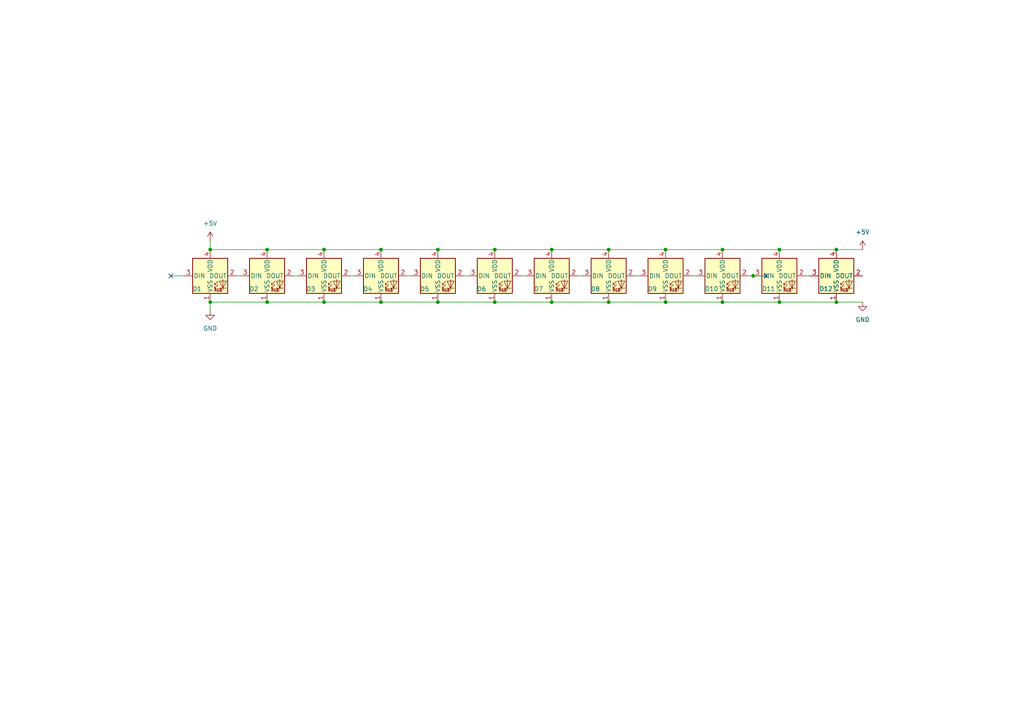
<source format=kicad_sch>
(kicad_sch (version 20230121) (generator eeschema)
  (paper "A4")
  (lib_symbols
    (symbol "CustomSymbols:SK6812-EC3210F" (pin_names (offset 0.254))
      (property "Reference" "D" (at 5.08 5.715 0))
      (property "Value" "SK6812-EC3210F" (at 1.27 -5.715 0))
      (symbol "SK6812-EC3210F_0_0"
        (text "RGB" (at 2.286 -4.191 0) (effects (font (size 0.762 0.762))))
      )
      (symbol "SK6812-EC3210F_0_1"
        (polyline (pts (xy 1.27 -3.556) (xy 1.778 -3.556)))
        (polyline (pts (xy 1.27 -2.54) (xy 1.778 -2.54)))
        (polyline (pts (xy 4.699 -3.556) (xy 2.667 -3.556)))
        (polyline (pts (xy 2.286 -2.54) (xy 1.27 -3.556) (xy 1.27 -3.048)))
        (polyline (pts (xy 2.286 -1.524) (xy 1.27 -2.54) (xy 1.27 -2.032)))
        (polyline (pts (xy 3.683 -1.016) (xy 3.683 -3.556) (xy 3.683 -4.064)))
        (polyline (pts (xy 4.699 -1.524) (xy 2.667 -1.524) (xy 3.683 -3.556) (xy 4.699 -1.524)))
        (rectangle (start 5.08 5.08) (end -5.08 -5.08) (stroke (width 0.254)) (fill (type background)))
      )
      (symbol "SK6812-EC3210F_1_1"
        (pin power_in line (at 0 -7.62 90) (length 2.54) (name "VSS") (number "1"))
        (pin output line (at 7.62 0 180) (length 2.54) (name "DOUT") (number "2"))
        (pin input line (at -7.62 0 0) (length 2.54) (name "DIN") (number "3"))
        (pin power_in line (at 0 7.62 270) (length 2.54) (name "VDD") (number "4"))
      )
    )
    (symbol "power:+5V" (power) (pin_names (offset 0))
      (property "Value" "+5V" (at 0 3.556 0))
      (symbol "+5V_0_1"
        (polyline (pts (xy -0.762 1.27) (xy 0 2.54)))
        (polyline (pts (xy 0 0) (xy 0 2.54)))
        (polyline (pts (xy 0 2.54) (xy 0.762 1.27)))
      )
      (symbol "+5V_1_1"
        (pin power_in line (at 0 0 90) (length 0) hide (name "+5V") (number "1"))
      )
    )
    (symbol "power:GND" (power) (pin_names (offset 0))
      (property "Value" "GND" (at 0 -3.81 0))
      (symbol "GND_0_1"
        (polyline (pts (xy 0 0) (xy 0 -1.27) (xy 1.27 -1.27) (xy 0 -2.54) (xy -1.27 -1.27) (xy 0 -1.27)))
      )
      (symbol "GND_1_1"
        (pin power_in line (at 0 0 270) (length 0) hide (name "GND") (number "1"))
      )
    )
  )
  (junction (at 77.47 72.39))
  (junction (at 93.98 72.39))
  (junction (at 160.02 72.39))
  (junction (at 176.53 72.39))
  (junction (at 93.98 87.63))
  (junction (at 143.51 87.63))
  (junction (at 209.55 87.63))
  (junction (at 60.96 87.63))
  (junction (at 77.47 87.63))
  (junction (at 226.06 87.63))
  (junction (at 193.04 72.39))
  (junction (at 110.49 87.63))
  (junction (at 60.96 72.39))
  (junction (at 218.44 80.01))
  (junction (at 226.06 72.39))
  (junction (at 209.55 72.39))
  (junction (at 242.57 72.39))
  (junction (at 193.04 87.63))
  (junction (at 176.53 87.63))
  (junction (at 160.02 87.63))
  (junction (at 127 87.63))
  (junction (at 127 72.39))
  (junction (at 110.49 72.39))
  (junction (at 242.57 87.63))
  (junction (at 143.51 72.39))
  (no_connect (at 222.25 80.01))
  (no_connect (at 49.53 80.01))
  (wire (pts (xy 218.44 80.01) (xy 217.17 80.01)))
  (wire (pts (xy 143.51 87.63) (xy 160.02 87.63)))
  (wire (pts (xy 167.64 80.01) (xy 168.91 80.01)))
  (wire (pts (xy 176.53 72.39) (xy 193.04 72.39)))
  (wire (pts (xy 250.19 72.39) (xy 242.57 72.39)))
  (wire (pts (xy 134.62 80.01) (xy 135.89 80.01)))
  (wire (pts (xy 127 72.39) (xy 143.51 72.39)))
  (wire (pts (xy 49.53 80.01) (xy 53.34 80.01)))
  (wire (pts (xy 209.55 87.63) (xy 226.06 87.63)))
  (wire (pts (xy 77.47 72.39) (xy 93.98 72.39)))
  (wire (pts (xy 60.96 69.85) (xy 60.96 72.39)))
  (wire (pts (xy 200.66 80.01) (xy 201.93 80.01)))
  (wire (pts (xy 160.02 87.63) (xy 176.53 87.63)))
  (wire (pts (xy 250.19 87.63) (xy 242.57 87.63)))
  (wire (pts (xy 226.06 72.39) (xy 242.57 72.39)))
  (wire (pts (xy 193.04 87.63) (xy 209.55 87.63)))
  (wire (pts (xy 77.47 87.63) (xy 93.98 87.63)))
  (wire (pts (xy 151.13 80.01) (xy 152.4 80.01)))
  (wire (pts (xy 85.09 80.01) (xy 86.36 80.01)))
  (wire (pts (xy 143.51 72.39) (xy 160.02 72.39)))
  (wire (pts (xy 93.98 72.39) (xy 110.49 72.39)))
  (wire (pts (xy 60.96 87.63) (xy 77.47 87.63)))
  (wire (pts (xy 110.49 72.39) (xy 127 72.39)))
  (wire (pts (xy 101.6 80.01) (xy 102.87 80.01)))
  (wire (pts (xy 184.15 80.01) (xy 185.42 80.01)))
  (wire (pts (xy 60.96 72.39) (xy 77.47 72.39)))
  (wire (pts (xy 68.58 80.01) (xy 69.85 80.01)))
  (wire (pts (xy 110.49 87.63) (xy 127 87.63)))
  (wire (pts (xy 127 87.63) (xy 143.51 87.63)))
  (wire (pts (xy 233.68 80.01) (xy 234.95 80.01)))
  (wire (pts (xy 60.96 87.63) (xy 60.96 90.17)))
  (wire (pts (xy 160.02 72.39) (xy 176.53 72.39)))
  (wire (pts (xy 118.11 80.01) (xy 119.38 80.01)))
  (wire (pts (xy 176.53 87.63) (xy 193.04 87.63)))
  (wire (pts (xy 193.04 72.39) (xy 209.55 72.39)))
  (wire (pts (xy 209.55 72.39) (xy 226.06 72.39)))
  (wire (pts (xy 226.06 87.63) (xy 242.57 87.63)))
  (wire (pts (xy 222.25 80.01) (xy 218.44 80.01)))
  (wire (pts (xy 93.98 87.63) (xy 110.49 87.63)))
  (symbol (lib_id "power:+5V") (at 60.96 69.85 0) (unit 1)
    (property "Reference" "#PWR0101" (effects hide))
    (property "Value" "+5V" (at 60.96 64.77 0))
  )
  (symbol (lib_id "CustomSymbols:SK6812-EC3210F") (at 60.96 80.01 0) (unit 1)
    (property "Reference" "D1" (at 57.15 83.82 0))
    (property "Value" "SK6812-EC3210F" (effects hide))
    (property "Footprint" "Custom Footprint Library:SK6812-EC3210F" (effects hide))
    (property "Datasheet" "https://cdn-shop.adafruit.com/product-files/4892/4892_SK68XX-EC3210F__REV.A.pdf" (effects hide))
  )
  (symbol (lib_id "CustomSymbols:SK6812-EC3210F") (at 160.02 80.01 0) (unit 1)
    (property "Reference" "D7" (at 156.21 83.82 0))
    (property "Value" "SK6812-EC3210F" (effects hide))
    (property "Footprint" "Custom Footprint Library:SK6812-EC3210F" (effects hide))
    (property "Datasheet" "https://cdn-shop.adafruit.com/product-files/4892/4892_SK68XX-EC3210F__REV.A.pdf" (effects hide))
  )
  (symbol (lib_id "CustomSymbols:SK6812-EC3210F") (at 143.51 80.01 0) (unit 1)
    (property "Reference" "D6" (at 139.7 83.82 0))
    (property "Value" "SK6812-EC3210F" (effects hide))
    (property "Footprint" "Custom Footprint Library:SK6812-EC3210F" (effects hide))
    (property "Datasheet" "https://cdn-shop.adafruit.com/product-files/4892/4892_SK68XX-EC3210F__REV.A.pdf" (effects hide))
  )
  (symbol (lib_id "CustomSymbols:SK6812-EC3210F") (at 226.06 80.01 0) (unit 1)
    (property "Reference" "D11" (at 222.9257 83.7773 0))
    (property "Value" "SK6812-EC3210F" (effects hide))
    (property "Footprint" "Custom Footprint Library:SK6812-EC3210F" (effects hide))
    (property "Datasheet" "https://cdn-shop.adafruit.com/product-files/4892/4892_SK68XX-EC3210F__REV.A.pdf" (effects hide))
  )
  (symbol (lib_id "CustomSymbols:SK6812-EC3210F") (at 93.98 80.01 0) (unit 1)
    (property "Reference" "D3" (at 90.17 83.82 0))
    (property "Value" "SK6812-EC3210F" (effects hide))
    (property "Footprint" "Custom Footprint Library:SK6812-EC3210F" (effects hide))
    (property "Datasheet" "https://cdn-shop.adafruit.com/product-files/4892/4892_SK68XX-EC3210F__REV.A.pdf" (effects hide))
  )
  (symbol (lib_id "CustomSymbols:SK6812-EC3210F") (at 209.55 80.01 0) (unit 1)
    (property "Reference" "D10" (at 206.4053 83.7773 0))
    (property "Value" "SK6812-EC3210F" (effects hide))
    (property "Footprint" "Custom Footprint Library:SK6812-EC3210F" (effects hide))
    (property "Datasheet" "https://cdn-shop.adafruit.com/product-files/4892/4892_SK68XX-EC3210F__REV.A.pdf" (effects hide))
  )
  (symbol (lib_id "power:+5V") (at 250.19 72.39 0) (unit 1)
    (property "Reference" "#PWR01" (effects hide))
    (property "Value" "+5V" (at 250.19 67.31 0))
  )
  (symbol (lib_id "CustomSymbols:SK6812-EC3210F") (at 77.47 80.01 0) (unit 1)
    (property "Reference" "D2" (at 73.66 83.82 0))
    (property "Value" "SK6812-EC3210F" (effects hide))
    (property "Footprint" "Custom Footprint Library:SK6812-EC3210F" (effects hide))
    (property "Datasheet" "https://cdn-shop.adafruit.com/product-files/4892/4892_SK68XX-EC3210F__REV.A.pdf" (effects hide))
  )
  (symbol (lib_id "power:GND") (at 250.19 87.63 0) (unit 1)
    (property "Reference" "#PWR02" (effects hide))
    (property "Value" "GND" (at 250.19 92.71 0))
  )
  (symbol (lib_id "CustomSymbols:SK6812-EC3210F") (at 176.53 80.01 0) (unit 1)
    (property "Reference" "D8" (at 172.72 83.82 0))
    (property "Value" "SK6812-EC3210F" (effects hide))
    (property "Footprint" "Custom Footprint Library:SK6812-EC3210F" (effects hide))
    (property "Datasheet" "https://cdn-shop.adafruit.com/product-files/4892/4892_SK68XX-EC3210F__REV.A.pdf" (effects hide))
  )
  (symbol (lib_id "CustomSymbols:SK6812-EC3210F") (at 110.49 80.01 0) (unit 1)
    (property "Reference" "D4" (at 106.68 83.82 0))
    (property "Value" "SK6812-EC3210F" (effects hide))
    (property "Footprint" "Custom Footprint Library:SK6812-EC3210F" (effects hide))
    (property "Datasheet" "https://cdn-shop.adafruit.com/product-files/4892/4892_SK68XX-EC3210F__REV.A.pdf" (effects hide))
  )
  (symbol (lib_id "power:GND") (at 60.96 90.17 0) (unit 1)
    (property "Reference" "#PWR0102" (effects hide))
    (property "Value" "GND" (at 60.96 95.25 0))
  )
  (symbol (lib_id "CustomSymbols:SK6812-EC3210F") (at 242.57 80.01 0) (unit 1)
    (property "Reference" "D12" (at 239.5544 83.7773 0))
    (property "Value" "SK6812-EC3210F" (effects hide))
    (property "Footprint" "Custom Footprint Library:SK6812-EC3210F" (effects hide))
    (property "Datasheet" "https://cdn-shop.adafruit.com/product-files/4892/4892_SK68XX-EC3210F__REV.A.pdf" (effects hide))
  )
  (symbol (lib_id "CustomSymbols:SK6812-EC3210F") (at 127 80.01 0) (unit 1)
    (property "Reference" "D5" (at 123.19 83.82 0))
    (property "Value" "SK6812-EC3210F" (effects hide))
    (property "Footprint" "Custom Footprint Library:SK6812-EC3210F" (effects hide))
    (property "Datasheet" "https://cdn-shop.adafruit.com/product-files/4892/4892_SK68XX-EC3210F__REV.A.pdf" (effects hide))
  )
  (symbol (lib_id "CustomSymbols:SK6812-EC3210F") (at 193.04 80.01 0) (unit 1)
    (property "Reference" "D9" (at 189.23 83.82 0))
    (property "Value" "SK6812-EC3210F" (effects hide))
    (property "Footprint" "Custom Footprint Library:SK6812-EC3210F" (effects hide))
    (property "Datasheet" "https://cdn-shop.adafruit.com/product-files/4892/4892_SK68XX-EC3210F__REV.A.pdf" (effects hide))
  )
)
</source>
